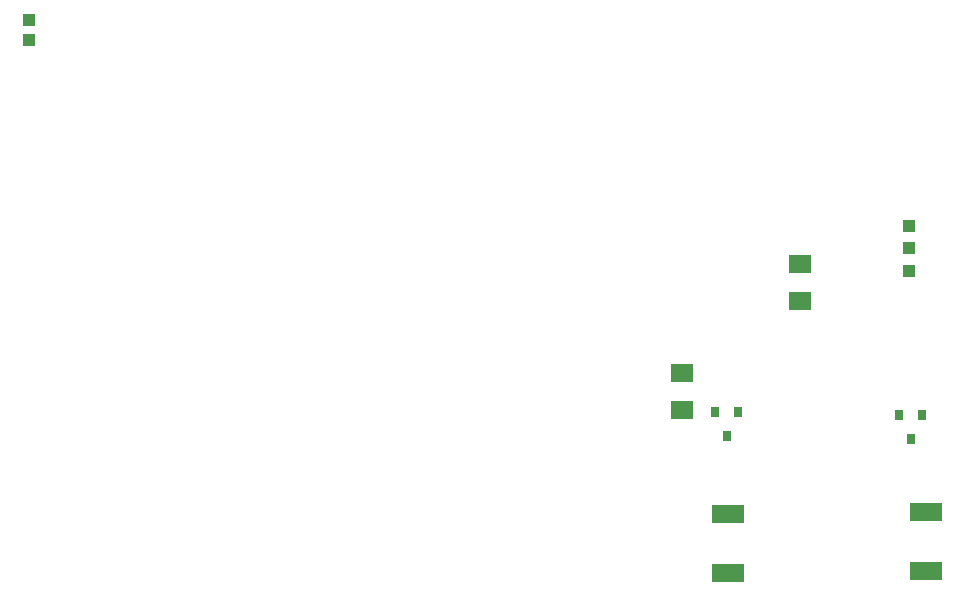
<source format=gbp>
G04 MADE WITH FRITZING*
G04 WWW.FRITZING.ORG*
G04 DOUBLE SIDED*
G04 HOLES PLATED*
G04 CONTOUR ON CENTER OF CONTOUR VECTOR*
%ASAXBY*%
%FSLAX23Y23*%
%MOIN*%
%OFA0B0*%
%SFA1.0B1.0*%
%ADD10R,0.106299X0.059055*%
%ADD11R,0.031496X0.035433*%
%ADD12R,0.074803X0.062992*%
%ADD13R,0.039370X0.039370*%
%LNPASTEMASK0*%
G90*
G70*
G54D10*
X3053Y767D03*
X3053Y964D03*
X3711Y772D03*
X3711Y969D03*
G54D11*
X3624Y1293D03*
X3699Y1293D03*
X3661Y1214D03*
X3010Y1303D03*
X3085Y1303D03*
X3048Y1224D03*
G54D12*
X3293Y1674D03*
X3293Y1796D03*
X2900Y1432D03*
X2900Y1310D03*
G54D13*
X722Y2543D03*
X722Y2611D03*
X3656Y1773D03*
X3656Y1850D03*
X3656Y1923D03*
G04 End of PasteMask0*
M02*
</source>
